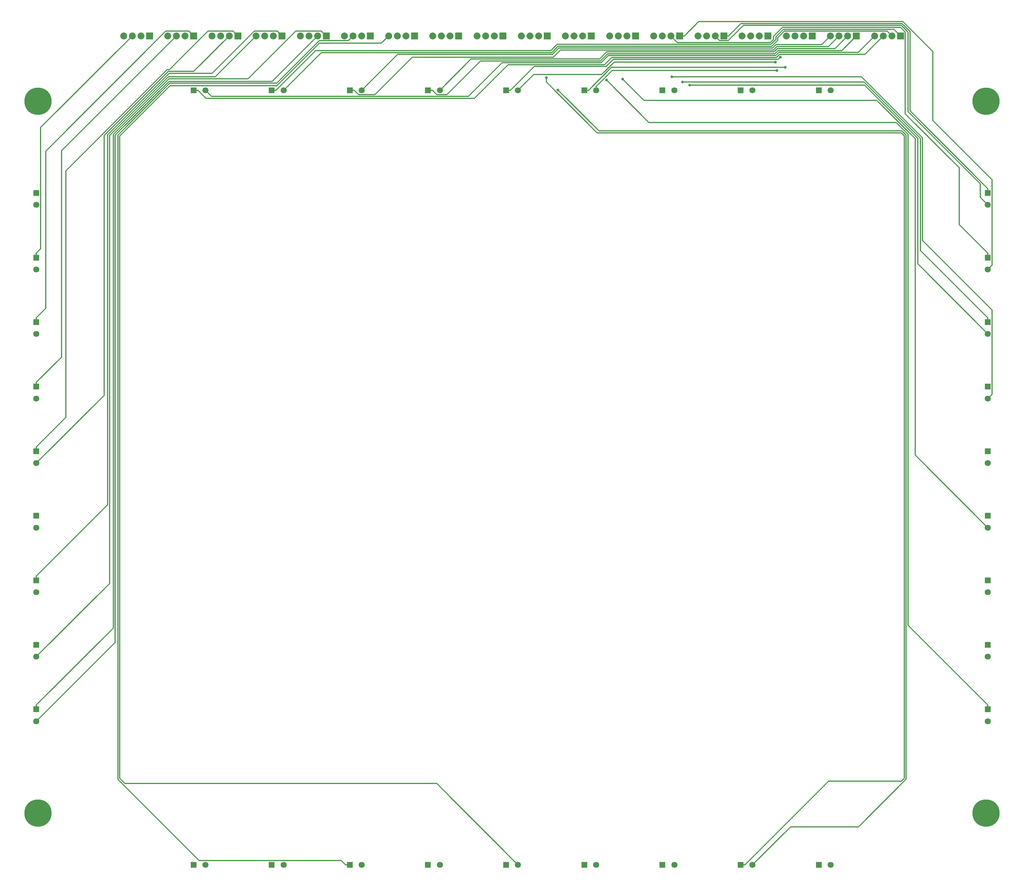
<source format=gbr>
G04 #@! TF.GenerationSoftware,KiCad,Pcbnew,5.1.2-f72e74a~84~ubuntu16.04.1*
G04 #@! TF.CreationDate,2019-10-30T13:45:20-07:00*
G04 #@! TF.ProjectId,roman_led_frame,726f6d61-6e5f-46c6-9564-5f6672616d65,rev?*
G04 #@! TF.SameCoordinates,Original*
G04 #@! TF.FileFunction,Copper,L1,Top*
G04 #@! TF.FilePolarity,Positive*
%FSLAX46Y46*%
G04 Gerber Fmt 4.6, Leading zero omitted, Abs format (unit mm)*
G04 Created by KiCad (PCBNEW 5.1.2-f72e74a~84~ubuntu16.04.1) date 2019-10-30 13:45:20*
%MOMM*%
%LPD*%
G04 APERTURE LIST*
%ADD10C,1.800000*%
%ADD11R,1.800000X1.800000*%
%ADD12C,8.026400*%
%ADD13R,2.032000X2.032000*%
%ADD14C,2.032000*%
%ADD15C,0.800000*%
%ADD16C,0.350000*%
G04 APERTURE END LIST*
D10*
X340000000Y-257750060D03*
D11*
X340000000Y-254249940D03*
D10*
X340000000Y-238750060D03*
D11*
X340000000Y-235249940D03*
D10*
X340000000Y-219750060D03*
D11*
X340000000Y-216249940D03*
D10*
X340000000Y-200750060D03*
D11*
X340000000Y-197249940D03*
D10*
X340000000Y-181750060D03*
D11*
X340000000Y-178249940D03*
D10*
X340000000Y-162750060D03*
D11*
X340000000Y-159249940D03*
D10*
X340000000Y-143750060D03*
D11*
X340000000Y-140249940D03*
D10*
X340000000Y-124750060D03*
D11*
X340000000Y-121249940D03*
D10*
X340000000Y-105750060D03*
D11*
X340000000Y-102249940D03*
D10*
X60000000Y-105750060D03*
D11*
X60000000Y-102249940D03*
D10*
X60000000Y-124750060D03*
D11*
X60000000Y-121249940D03*
D10*
X60000000Y-143750060D03*
D11*
X60000000Y-140249940D03*
D10*
X60000000Y-162750060D03*
D11*
X60000000Y-159249940D03*
D10*
X60000000Y-181750060D03*
D11*
X60000000Y-178249940D03*
D10*
X60000000Y-200750060D03*
D11*
X60000000Y-197249940D03*
D10*
X60000000Y-219750060D03*
D11*
X60000000Y-216249940D03*
D10*
X60000000Y-238750060D03*
D11*
X60000000Y-235249940D03*
D10*
X60000000Y-257750060D03*
D11*
X60000000Y-254249940D03*
D10*
X109750060Y-300000000D03*
D11*
X106249940Y-300000000D03*
D10*
X132750060Y-300000000D03*
D11*
X129249940Y-300000000D03*
D10*
X155750060Y-300000000D03*
D11*
X152249940Y-300000000D03*
D10*
X178750060Y-300000000D03*
D11*
X175249940Y-300000000D03*
D10*
X201750060Y-300000000D03*
D11*
X198249940Y-300000000D03*
D10*
X224750060Y-300000000D03*
D11*
X221249940Y-300000000D03*
D10*
X247750060Y-300000000D03*
D11*
X244249940Y-300000000D03*
D10*
X270750060Y-300000000D03*
D11*
X267249940Y-300000000D03*
D10*
X293750060Y-300000000D03*
D11*
X290249940Y-300000000D03*
D10*
X293750060Y-72000000D03*
D11*
X290249940Y-72000000D03*
D10*
X270750060Y-72000000D03*
D11*
X267249940Y-72000000D03*
D10*
X247750060Y-72000000D03*
D11*
X244249940Y-72000000D03*
D10*
X224750060Y-72000000D03*
D11*
X221249940Y-72000000D03*
D10*
X201750060Y-72000000D03*
D11*
X198249940Y-72000000D03*
D10*
X178750060Y-72000000D03*
D11*
X175249940Y-72000000D03*
D10*
X155750060Y-72000000D03*
D11*
X152249940Y-72000000D03*
D10*
X132750060Y-72000000D03*
D11*
X129249940Y-72000000D03*
D10*
X109750060Y-72000000D03*
D11*
X106249940Y-72000000D03*
D12*
X339500000Y-284740000D03*
X339500000Y-75260000D03*
X60500000Y-284740000D03*
X60500000Y-75260000D03*
D13*
X93310000Y-56000000D03*
D14*
X90770000Y-56000000D03*
X88230000Y-56000000D03*
X85690000Y-56000000D03*
X98690000Y-56000000D03*
X101230000Y-56000000D03*
X103770000Y-56000000D03*
D13*
X106310000Y-56000000D03*
X119310000Y-56000000D03*
D14*
X116770000Y-56000000D03*
X114230000Y-56000000D03*
X111690000Y-56000000D03*
X124690000Y-56000000D03*
X127230000Y-56000000D03*
X129770000Y-56000000D03*
D13*
X132310000Y-56000000D03*
D14*
X137690000Y-56000000D03*
X140230000Y-56000000D03*
X142770000Y-56000000D03*
D13*
X145310000Y-56000000D03*
X158310000Y-56000000D03*
D14*
X155770000Y-56000000D03*
X153230000Y-56000000D03*
X150690000Y-56000000D03*
X163690000Y-56000000D03*
X166230000Y-56000000D03*
X168770000Y-56000000D03*
D13*
X171310000Y-56000000D03*
X184310000Y-56000000D03*
D14*
X181770000Y-56000000D03*
X179230000Y-56000000D03*
X176690000Y-56000000D03*
X189690000Y-56000000D03*
X192230000Y-56000000D03*
X194770000Y-56000000D03*
D13*
X197310000Y-56000000D03*
X210310000Y-56000000D03*
D14*
X207770000Y-56000000D03*
X205230000Y-56000000D03*
X202690000Y-56000000D03*
X215690000Y-56000000D03*
X218230000Y-56000000D03*
X220770000Y-56000000D03*
D13*
X223310000Y-56000000D03*
D14*
X228690000Y-56000000D03*
X231230000Y-56000000D03*
X233770000Y-56000000D03*
D13*
X236310000Y-56000000D03*
X249310000Y-56000000D03*
D14*
X246770000Y-56000000D03*
X244230000Y-56000000D03*
X241690000Y-56000000D03*
D13*
X262310000Y-56000000D03*
D14*
X259770000Y-56000000D03*
X257230000Y-56000000D03*
X254690000Y-56000000D03*
X267690000Y-56000000D03*
X270230000Y-56000000D03*
X272770000Y-56000000D03*
D13*
X275310000Y-56000000D03*
X288310000Y-56000000D03*
D14*
X285770000Y-56000000D03*
X283230000Y-56000000D03*
X280690000Y-56000000D03*
X293690000Y-56000000D03*
X296230000Y-56000000D03*
X298770000Y-56000000D03*
D13*
X301310000Y-56000000D03*
D14*
X306690000Y-56000000D03*
X309230000Y-56000000D03*
X311770000Y-56000000D03*
D13*
X314310000Y-56000000D03*
D15*
X213512100Y-71891600D03*
X210072200Y-68261400D03*
X227807400Y-68997200D03*
X232516100Y-68691400D03*
X246988900Y-68066200D03*
X252277800Y-70501600D03*
X250161900Y-69532600D03*
X280397600Y-65270700D03*
X277899700Y-66185400D03*
X278927600Y-62295100D03*
X277516500Y-63683000D03*
D16*
X60000000Y-121249900D02*
X60000000Y-119974600D01*
X88230000Y-56000000D02*
X61275300Y-82954700D01*
X61275300Y-82954700D02*
X61275300Y-118699300D01*
X61275300Y-118699300D02*
X60000000Y-119974600D01*
X60000000Y-157974600D02*
X67410100Y-150564500D01*
X67410100Y-150564500D02*
X67410100Y-89819900D01*
X67410100Y-89819900D02*
X101230000Y-56000000D01*
X60000000Y-159249900D02*
X60000000Y-157974600D01*
X60000000Y-140249900D02*
X60000000Y-138974600D01*
X106310000Y-56000000D02*
X104918600Y-54608600D01*
X104918600Y-54608600D02*
X98113700Y-54608600D01*
X98113700Y-54608600D02*
X62746300Y-89976000D01*
X62746300Y-89976000D02*
X62746300Y-136228300D01*
X62746300Y-136228300D02*
X60000000Y-138974600D01*
X119310000Y-56000000D02*
X117886400Y-54576400D01*
X117886400Y-54576400D02*
X110510600Y-54576400D01*
X110510600Y-54576400D02*
X99196300Y-65890700D01*
X99196300Y-65890700D02*
X98530800Y-65890700D01*
X98530800Y-65890700D02*
X68659600Y-95761900D01*
X68659600Y-95761900D02*
X68659600Y-168315000D01*
X68659600Y-168315000D02*
X60000000Y-176974600D01*
X60000000Y-178249900D02*
X60000000Y-176974600D01*
X116770000Y-56000000D02*
X106329000Y-66441000D01*
X106329000Y-66441000D02*
X98803800Y-66441000D01*
X98803800Y-66441000D02*
X79941700Y-85303100D01*
X79941700Y-85303100D02*
X79941700Y-161808500D01*
X79941700Y-161808500D02*
X79941600Y-161808500D01*
X79941600Y-161808500D02*
X60000000Y-181750100D01*
X60000000Y-238750100D02*
X81545300Y-217204800D01*
X81545300Y-217204800D02*
X81545300Y-85323800D01*
X81545300Y-85323800D02*
X98857600Y-68011500D01*
X98857600Y-68011500D02*
X112678500Y-68011500D01*
X112678500Y-68011500D02*
X124690000Y-56000000D01*
X60000000Y-216249900D02*
X60000000Y-214974600D01*
X132310000Y-56000000D02*
X130918600Y-54608600D01*
X130918600Y-54608600D02*
X124113700Y-54608600D01*
X124113700Y-54608600D02*
X111730900Y-66991400D01*
X111730900Y-66991400D02*
X99099300Y-66991400D01*
X99099300Y-66991400D02*
X80994900Y-85095800D01*
X80994900Y-85095800D02*
X80994900Y-193979700D01*
X80994900Y-193979700D02*
X60000000Y-214974600D01*
X60000000Y-257750100D02*
X83196200Y-234553900D01*
X83196200Y-234553900D02*
X83196200Y-85229500D01*
X83196200Y-85229500D02*
X99066100Y-69359600D01*
X99066100Y-69359600D02*
X129410400Y-69359600D01*
X129410400Y-69359600D02*
X142770000Y-56000000D01*
X60000000Y-252974600D02*
X82645900Y-230328700D01*
X82645900Y-230328700D02*
X82645900Y-85001500D01*
X82645900Y-85001500D02*
X99005200Y-68642200D01*
X99005200Y-68642200D02*
X122297900Y-68642200D01*
X122297900Y-68642200D02*
X136363500Y-54576600D01*
X136363500Y-54576600D02*
X143886600Y-54576600D01*
X143886600Y-54576600D02*
X145310000Y-56000000D01*
X60000000Y-254249900D02*
X60000000Y-252974600D01*
X150974600Y-300000000D02*
X149699300Y-298724700D01*
X149699300Y-298724700D02*
X107900500Y-298724700D01*
X107900500Y-298724700D02*
X84021700Y-274845900D01*
X84021700Y-274845900D02*
X84021700Y-85182300D01*
X84021700Y-85182300D02*
X99294100Y-69909900D01*
X99294100Y-69909900D02*
X130740500Y-69909900D01*
X130740500Y-69909900D02*
X143259000Y-57391400D01*
X143259000Y-57391400D02*
X151838600Y-57391400D01*
X151838600Y-57391400D02*
X153230000Y-56000000D01*
X152249900Y-300000000D02*
X150974600Y-300000000D01*
X201750100Y-300000000D02*
X177806800Y-276056700D01*
X177806800Y-276056700D02*
X86066300Y-276056700D01*
X86066300Y-276056700D02*
X84572000Y-274562400D01*
X84572000Y-274562400D02*
X84572000Y-85457000D01*
X84572000Y-85457000D02*
X99374400Y-70654600D01*
X99374400Y-70654600D02*
X130774200Y-70654600D01*
X130774200Y-70654600D02*
X143259000Y-58169800D01*
X143259000Y-58169800D02*
X161520300Y-58169800D01*
X161520300Y-58169800D02*
X161520300Y-58169700D01*
X161520300Y-58169700D02*
X163690000Y-56000000D01*
X270750100Y-300000000D02*
X281946900Y-288803200D01*
X281946900Y-288803200D02*
X301927700Y-288803200D01*
X301927700Y-288803200D02*
X315962700Y-274768200D01*
X315962700Y-274768200D02*
X315962700Y-85193800D01*
X315962700Y-85193800D02*
X314728500Y-83959600D01*
X314728500Y-83959600D02*
X225580100Y-83959600D01*
X225580100Y-83959600D02*
X213512100Y-71891600D01*
X267249900Y-300000000D02*
X268525200Y-300000000D01*
X210072200Y-68261400D02*
X210072200Y-69570100D01*
X210072200Y-69570100D02*
X225012100Y-84510000D01*
X225012100Y-84510000D02*
X314500500Y-84510000D01*
X314500500Y-84510000D02*
X315412300Y-85421800D01*
X315412300Y-85421800D02*
X315412300Y-274540100D01*
X315412300Y-274540100D02*
X314577000Y-275375400D01*
X314577000Y-275375400D02*
X293149800Y-275375400D01*
X293149800Y-275375400D02*
X268525200Y-300000000D01*
X340000000Y-252974600D02*
X316513100Y-229487700D01*
X316513100Y-229487700D02*
X316513100Y-84927900D01*
X316513100Y-84927900D02*
X313044800Y-81459600D01*
X313044800Y-81459600D02*
X240269800Y-81459600D01*
X240269800Y-81459600D02*
X227807400Y-68997200D01*
X340000000Y-254249900D02*
X340000000Y-252974600D01*
X232516100Y-68691400D02*
X238767700Y-74943000D01*
X238767700Y-74943000D02*
X307316600Y-74943000D01*
X307316600Y-74943000D02*
X318620100Y-86246500D01*
X318620100Y-86246500D02*
X318620100Y-179370200D01*
X318620100Y-179370200D02*
X340000000Y-200750100D01*
X340000000Y-162750100D02*
X341275400Y-161474700D01*
X341275400Y-161474700D02*
X341275400Y-136718700D01*
X341275400Y-136718700D02*
X320734000Y-116177300D01*
X320734000Y-116177300D02*
X320734000Y-85961800D01*
X320734000Y-85961800D02*
X302838400Y-68066200D01*
X302838400Y-68066200D02*
X246988900Y-68066200D01*
X340000000Y-124750100D02*
X341275400Y-123474700D01*
X341275400Y-123474700D02*
X341275400Y-98308800D01*
X341275400Y-98308800D02*
X323830400Y-80863800D01*
X323830400Y-80863800D02*
X323830400Y-60612400D01*
X323830400Y-60612400D02*
X315009500Y-51791500D01*
X315009500Y-51791500D02*
X254909800Y-51791500D01*
X254909800Y-51791500D02*
X250701300Y-56000000D01*
X249310000Y-56000000D02*
X250701300Y-56000000D01*
X340000000Y-121249900D02*
X340000000Y-119974600D01*
X246770000Y-56000000D02*
X246770000Y-56073200D01*
X246770000Y-56073200D02*
X248651700Y-57954900D01*
X248651700Y-57954900D02*
X275944800Y-57954900D01*
X275944800Y-57954900D02*
X276879000Y-57020700D01*
X276879000Y-57020700D02*
X276879000Y-56161900D01*
X276879000Y-56161900D02*
X279598500Y-53442400D01*
X279598500Y-53442400D02*
X314325500Y-53442400D01*
X314325500Y-53442400D02*
X315710700Y-54827600D01*
X315710700Y-54827600D02*
X315710700Y-78925700D01*
X315710700Y-78925700D02*
X331585000Y-94800000D01*
X331585000Y-94800000D02*
X331585000Y-111559600D01*
X331585000Y-111559600D02*
X340000000Y-119974600D01*
X252277800Y-70501600D02*
X303717200Y-70501600D01*
X303717200Y-70501600D02*
X319358400Y-86142800D01*
X319358400Y-86142800D02*
X319358400Y-123108500D01*
X319358400Y-123108500D02*
X340000000Y-143750100D01*
X340000000Y-138974600D02*
X320183700Y-119158300D01*
X320183700Y-119158300D02*
X320183700Y-86189800D01*
X320183700Y-86189800D02*
X303526500Y-69532600D01*
X303526500Y-69532600D02*
X250161900Y-69532600D01*
X340000000Y-140249900D02*
X340000000Y-138974600D01*
X340000000Y-100974600D02*
X317086300Y-78060900D01*
X317086300Y-78060900D02*
X317086300Y-54646600D01*
X317086300Y-54646600D02*
X314781500Y-52341800D01*
X314781500Y-52341800D02*
X267359500Y-52341800D01*
X267359500Y-52341800D02*
X263701300Y-56000000D01*
X340000000Y-102249900D02*
X340000000Y-100974600D01*
X262310000Y-56000000D02*
X263701300Y-56000000D01*
X340000000Y-105750100D02*
X337775200Y-103525300D01*
X337775200Y-103525300D02*
X337775200Y-99528100D01*
X337775200Y-99528100D02*
X316536000Y-78288900D01*
X316536000Y-78288900D02*
X316536000Y-54874600D01*
X316536000Y-54874600D02*
X314553500Y-52892100D01*
X314553500Y-52892100D02*
X268071100Y-52892100D01*
X268071100Y-52892100D02*
X263571800Y-57391400D01*
X263571800Y-57391400D02*
X261074300Y-57391400D01*
X261074300Y-57391400D02*
X259770000Y-56087100D01*
X259770000Y-56087100D02*
X259770000Y-56000000D01*
X222525200Y-72000000D02*
X229254500Y-65270700D01*
X229254500Y-65270700D02*
X280397600Y-65270700D01*
X221249900Y-72000000D02*
X222525200Y-72000000D01*
X277899700Y-66185400D02*
X229454800Y-66185400D01*
X229454800Y-66185400D02*
X224750100Y-70890100D01*
X224750100Y-70890100D02*
X224750100Y-72000000D01*
X199525200Y-72000000D02*
X206511000Y-65014200D01*
X206511000Y-65014200D02*
X227698300Y-65014200D01*
X227698300Y-65014200D02*
X229804800Y-62907700D01*
X229804800Y-62907700D02*
X278315000Y-62907700D01*
X278315000Y-62907700D02*
X278927600Y-62295100D01*
X198249900Y-72000000D02*
X199525200Y-72000000D01*
X201750100Y-72000000D02*
X206387500Y-67362600D01*
X206387500Y-67362600D02*
X226384300Y-67362600D01*
X226384300Y-67362600D02*
X230063900Y-63683000D01*
X230063900Y-63683000D02*
X277516500Y-63683000D01*
X155750100Y-72000000D02*
X166313000Y-61437100D01*
X166313000Y-61437100D02*
X211890900Y-61437100D01*
X211890900Y-61437100D02*
X213722200Y-59605800D01*
X213722200Y-59605800D02*
X276628800Y-59605800D01*
X276628800Y-59605800D02*
X277670900Y-58563700D01*
X277670900Y-58563700D02*
X291126300Y-58563700D01*
X291126300Y-58563700D02*
X293690000Y-56000000D01*
X153525200Y-72000000D02*
X154800500Y-73275300D01*
X154800500Y-73275300D02*
X159595300Y-73275300D01*
X159595300Y-73275300D02*
X170608000Y-62262600D01*
X170608000Y-62262600D02*
X212118600Y-62262600D01*
X212118600Y-62262600D02*
X214225100Y-60156100D01*
X214225100Y-60156100D02*
X276856800Y-60156100D01*
X276856800Y-60156100D02*
X277888800Y-59124100D01*
X277888800Y-59124100D02*
X293105900Y-59124100D01*
X293105900Y-59124100D02*
X296230000Y-56000000D01*
X152249900Y-72000000D02*
X153525200Y-72000000D01*
X178750100Y-72000000D02*
X187937200Y-62812900D01*
X187937200Y-62812900D02*
X225752600Y-62812900D01*
X225752600Y-62812900D02*
X227859100Y-60706400D01*
X227859100Y-60706400D02*
X277084800Y-60706400D01*
X277084800Y-60706400D02*
X278052400Y-59738800D01*
X278052400Y-59738800D02*
X295031200Y-59738800D01*
X295031200Y-59738800D02*
X298770000Y-56000000D01*
X176525200Y-72000000D02*
X177800500Y-73275300D01*
X177800500Y-73275300D02*
X180831000Y-73275300D01*
X180831000Y-73275300D02*
X190743100Y-63363200D01*
X190743100Y-63363200D02*
X225980600Y-63363200D01*
X225980600Y-63363200D02*
X228087100Y-61256700D01*
X228087100Y-61256700D02*
X277312800Y-61256700D01*
X277312800Y-61256700D02*
X278280300Y-60289200D01*
X278280300Y-60289200D02*
X297020800Y-60289200D01*
X297020800Y-60289200D02*
X301310000Y-56000000D01*
X175249900Y-72000000D02*
X176525200Y-72000000D01*
X109750100Y-72000000D02*
X111575800Y-73825700D01*
X111575800Y-73825700D02*
X187177700Y-73825700D01*
X187177700Y-73825700D02*
X197089900Y-63913500D01*
X197089900Y-63913500D02*
X226208600Y-63913500D01*
X226208600Y-63913500D02*
X228315100Y-61807000D01*
X228315100Y-61807000D02*
X277540800Y-61807000D01*
X277540800Y-61807000D02*
X278508300Y-60839500D01*
X278508300Y-60839500D02*
X301850500Y-60839500D01*
X301850500Y-60839500D02*
X306690000Y-56000000D01*
X107525200Y-72000000D02*
X109932900Y-74407700D01*
X109932900Y-74407700D02*
X188907000Y-74407700D01*
X188907000Y-74407700D02*
X198850900Y-64463800D01*
X198850900Y-64463800D02*
X227214900Y-64463800D01*
X227214900Y-64463800D02*
X229321400Y-62357300D01*
X229321400Y-62357300D02*
X277768800Y-62357300D01*
X277768800Y-62357300D02*
X278736300Y-61389800D01*
X278736300Y-61389800D02*
X303840200Y-61389800D01*
X303840200Y-61389800D02*
X309230000Y-56000000D01*
X106249900Y-72000000D02*
X107525200Y-72000000D01*
X132750100Y-72000000D02*
X143863300Y-60886800D01*
X143863300Y-60886800D02*
X211662800Y-60886800D01*
X211662800Y-60886800D02*
X213494100Y-59055500D01*
X213494100Y-59055500D02*
X276400800Y-59055500D01*
X276400800Y-59055500D02*
X278174200Y-57282100D01*
X278174200Y-57282100D02*
X278174200Y-56503800D01*
X278174200Y-56503800D02*
X280089000Y-54589000D01*
X280089000Y-54589000D02*
X310359000Y-54589000D01*
X310359000Y-54589000D02*
X311770000Y-56000000D01*
X130525200Y-72000000D02*
X142188700Y-60336500D01*
X142188700Y-60336500D02*
X211434800Y-60336500D01*
X211434800Y-60336500D02*
X213266100Y-58505200D01*
X213266100Y-58505200D02*
X276172800Y-58505200D01*
X276172800Y-58505200D02*
X277623900Y-57054100D01*
X277623900Y-57054100D02*
X277623900Y-56275800D01*
X277623900Y-56275800D02*
X279871600Y-54028100D01*
X279871600Y-54028100D02*
X312338100Y-54028100D01*
X312338100Y-54028100D02*
X314310000Y-56000000D01*
X129249900Y-72000000D02*
X130525200Y-72000000D01*
M02*

</source>
